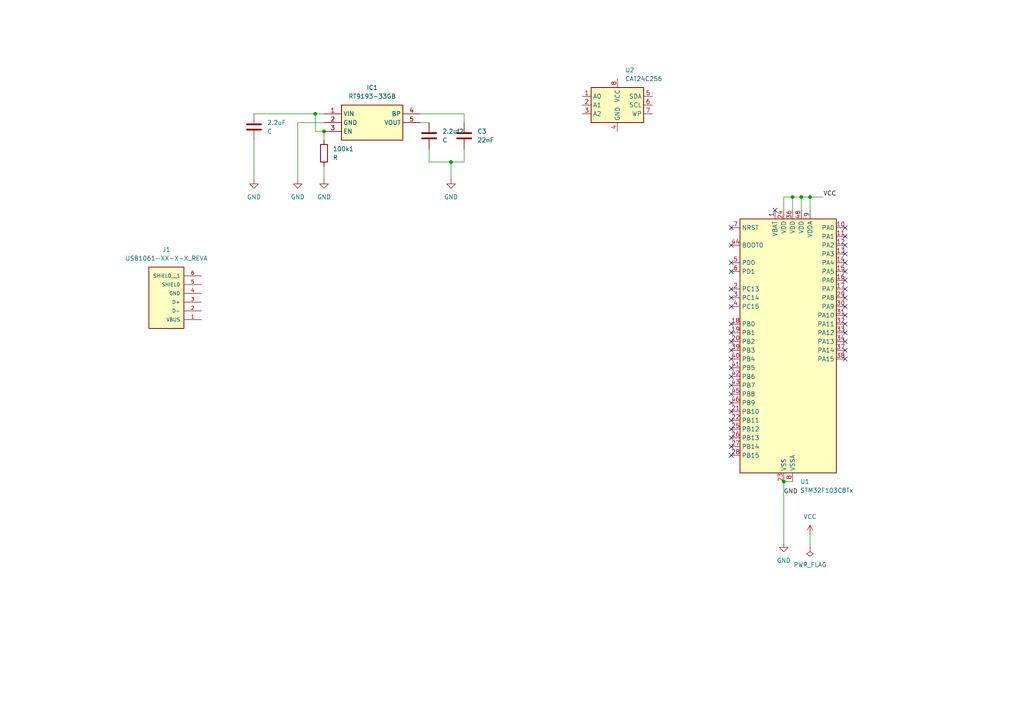
<source format=kicad_sch>
(kicad_sch (version 20231120) (generator "eeschema") (generator_version "8.0")
  (paper "A4")
  (title_block (title "Runtime Tester") (date "2024-10-03") (rev "v001") (company "edisonngunjiri@gmail.com"))
  (lib_symbols
    (symbol "Device:C" (pin_numbers hide) (pin_names (offset 0.254))
      (property "Reference" "C" (at 0.635 2.54 0))
      (property "Value" "C" (at 0.635 -2.54 0))
      (symbol "C_0_1"
        (polyline (pts (xy -2.032 -0.762) (xy 2.032 -0.762)) (stroke (width 0.508)))
        (polyline (pts (xy -2.032 0.762) (xy 2.032 0.762)) (stroke (width 0.508)))
      )
      (symbol "C_1_1"
        (pin passive line (at 0 3.81 270) (length 2.794) (name "~") (number "1"))
        (pin passive line (at 0 -3.81 90) (length 2.794) (name "~") (number "2"))
      )
    )
    (symbol "Device:R" (pin_numbers hide) (pin_names (offset 0))
      (property "Reference" "R" (at 2.032 0 90))
      (property "Value" "R" (at 0 0 90))
      (symbol "R_0_1"
        (rectangle (start -1.016 -2.54) (end 1.016 2.54) (stroke (width 0.254)))
      )
      (symbol "R_1_1"
        (pin passive line (at 0 3.81 270) (length 1.27) (name "~") (number "1"))
        (pin passive line (at 0 -3.81 90) (length 1.27) (name "~") (number "2"))
      )
    )
    (symbol "MCU_ST_STM32F1:STM32F103C8Tx"
      (property "Reference" "U" (at -12.7 39.37 0))
      (property "Value" "STM32F103C8Tx" (at 10.16 39.37 0))
      (symbol "STM32F103C8Tx_0_1"
        (rectangle (start -12.7 -35.56) (end 15.24 38.1) (stroke (width 0.254)) (fill (type background)))
      )
      (symbol "STM32F103C8Tx_1_1"
        (pin power_in line (at -2.54 40.64 270) (length 2.54) (name "VBAT") (number "1"))
        (pin bidirectional line (at 17.78 35.56 180) (length 2.54) (name "PA0") (number "10"))
        (pin bidirectional line (at 17.78 33.02 180) (length 2.54) (name "PA1") (number "11"))
        (pin bidirectional line (at 17.78 30.48 180) (length 2.54) (name "PA2") (number "12"))
        (pin bidirectional line (at 17.78 27.94 180) (length 2.54) (name "PA3") (number "13"))
        (pin bidirectional line (at 17.78 25.4 180) (length 2.54) (name "PA4") (number "14"))
        (pin bidirectional line (at 17.78 22.86 180) (length 2.54) (name "PA5") (number "15"))
        (pin bidirectional line (at 17.78 20.32 180) (length 2.54) (name "PA6") (number "16"))
        (pin bidirectional line (at 17.78 17.78 180) (length 2.54) (name "PA7") (number "17"))
        (pin bidirectional line (at -15.24 7.62 0) (length 2.54) (name "PB0") (number "18"))
        (pin bidirectional line (at -15.24 5.08 0) (length 2.54) (name "PB1") (number "19"))
        (pin bidirectional line (at -15.24 17.78 0) (length 2.54) (name "PC13") (number "2"))
        (pin bidirectional line (at -15.24 2.54 0) (length 2.54) (name "PB2") (number "20"))
        (pin bidirectional line (at -15.24 -17.78 0) (length 2.54) (name "PB10") (number "21"))
        (pin bidirectional line (at -15.24 -20.32 0) (length 2.54) (name "PB11") (number "22"))
        (pin power_in line (at 0 -38.1 90) (length 2.54) (name "VSS") (number "23"))
        (pin power_in line (at 0 40.64 270) (length 2.54) (name "VDD") (number "24"))
        (pin bidirectional line (at -15.24 -22.86 0) (length 2.54) (name "PB12") (number "25"))
        (pin bidirectional line (at -15.24 -25.4 0) (length 2.54) (name "PB13") (number "26"))
        (pin bidirectional line (at -15.24 -27.94 0) (length 2.54) (name "PB14") (number "27"))
        (pin bidirectional line (at -15.24 -30.48 0) (length 2.54) (name "PB15") (number "28"))
        (pin bidirectional line (at 17.78 15.24 180) (length 2.54) (name "PA8") (number "29"))
        (pin bidirectional line (at -15.24 15.24 0) (length 2.54) (name "PC14") (number "3"))
        (pin bidirectional line (at 17.78 12.7 180) (length 2.54) (name "PA9") (number "30"))
        (pin bidirectional line (at 17.78 10.16 180) (length 2.54) (name "PA10") (number "31"))
        (pin bidirectional line (at 17.78 7.62 180) (length 2.54) (name "PA11") (number "32"))
        (pin bidirectional line (at 17.78 5.08 180) (length 2.54) (name "PA12") (number "33"))
        (pin bidirectional line (at 17.78 2.54 180) (length 2.54) (name "PA13") (number "34"))
        (pin passive line (at 0 -38.1 90) (length 2.54) hide (name "VSS") (number "35"))
        (pin power_in line (at 2.54 40.64 270) (length 2.54) (name "VDD") (number "36"))
        (pin bidirectional line (at 17.78 0 180) (length 2.54) (name "PA14") (number "37"))
        (pin bidirectional line (at 17.78 -2.54 180) (length 2.54) (name "PA15") (number "38"))
        (pin bidirectional line (at -15.24 0 0) (length 2.54) (name "PB3") (number "39"))
        (pin bidirectional line (at -15.24 12.7 0) (length 2.54) (name "PC15") (number "4"))
        (pin bidirectional line (at -15.24 -2.54 0) (length 2.54) (name "PB4") (number "40"))
        (pin bidirectional line (at -15.24 -5.08 0) (length 2.54) (name "PB5") (number "41"))
        (pin bidirectional line (at -15.24 -7.62 0) (length 2.54) (name "PB6") (number "42"))
        (pin bidirectional line (at -15.24 -10.16 0) (length 2.54) (name "PB7") (number "43"))
        (pin input line (at -15.24 30.48 0) (length 2.54) (name "BOOT0") (number "44"))
        (pin bidirectional line (at -15.24 -12.7 0) (length 2.54) (name "PB8") (number "45"))
        (pin bidirectional line (at -15.24 -15.24 0) (length 2.54) (name "PB9") (number "46"))
        (pin passive line (at 0 -38.1 90) (length 2.54) hide (name "VSS") (number "47"))
        (pin power_in line (at 5.08 40.64 270) (length 2.54) (name "VDD") (number "48"))
        (pin bidirectional line (at -15.24 25.4 0) (length 2.54) (name "PD0") (number "5"))
        (pin bidirectional line (at -15.24 22.86 0) (length 2.54) (name "PD1") (number "6"))
        (pin input line (at -15.24 35.56 0) (length 2.54) (name "NRST") (number "7"))
        (pin power_in line (at 2.54 -38.1 90) (length 2.54) (name "VSSA") (number "8"))
        (pin power_in line (at 7.62 40.64 270) (length 2.54) (name "VDDA") (number "9"))
      )
    )
    (symbol "Memory_EEPROM:CAT24C256"
      (property "Reference" "U" (at -6.35 6.35 0))
      (property "Value" "CAT24C256" (at 1.27 6.35 0))
      (symbol "CAT24C256_1_1"
        (rectangle (start -7.62 5.08) (end 7.62 -5.08) (stroke (width 0.254)) (fill (type background)))
        (pin input line (at -10.16 2.54 0) (length 2.54) (name "A0") (number "1"))
        (pin input line (at -10.16 0 0) (length 2.54) (name "A1") (number "2"))
        (pin input line (at -10.16 -2.54 0) (length 2.54) (name "A2") (number "3"))
        (pin power_in line (at 0 -7.62 90) (length 2.54) (name "GND") (number "4"))
        (pin bidirectional line (at 10.16 2.54 180) (length 2.54) (name "SDA") (number "5"))
        (pin input line (at 10.16 0 180) (length 2.54) (name "SCL") (number "6"))
        (pin input line (at 10.16 -2.54 180) (length 2.54) (name "WP") (number "7"))
        (pin power_in line (at 0 7.62 270) (length 2.54) (name "VCC") (number "8"))
      )
    )
    (symbol "RT9193-33GB:RT9193-33GB"
      (property "Reference" "IC" (at 24.13 7.62 0))
      (property "Value" "RT9193-33GB" (at 24.13 5.08 0))
      (symbol "RT9193-33GB_1_1"
        (rectangle (start 5.08 2.54) (end 22.86 -7.62) (stroke (width 0.254)) (fill (type background)))
        (pin passive line (at 0 0 0) (length 5.08) (name "VIN") (number "1"))
        (pin passive line (at 0 -2.54 0) (length 5.08) (name "GND") (number "2"))
        (pin passive line (at 0 -5.08 0) (length 5.08) (name "EN") (number "3"))
        (pin passive line (at 27.94 0 180) (length 5.08) (name "BP") (number "4"))
        (pin passive line (at 27.94 -2.54 180) (length 5.08) (name "VOUT") (number "5"))
      )
    )
    (symbol "USB_A_Male:USB1061-XX-X-X_REVA" (pin_names (offset 1.016))
      (property "Reference" "J" (at -5.0886 8.1417 0))
      (property "Value" "USB1061-XX-X-X_REVA" (at -5.0817 -12.7034 0))
      (symbol "USB1061-XX-X-X_REVA_0_0"
        (rectangle (start -5.08 -10.16) (end 5.08 7.62) (stroke (width 0.254)) (fill (type background)))
        (pin power_in line (at -10.16 5.08 0) (length 5.08) (name "VBUS") (number "1"))
        (pin bidirectional line (at -10.16 2.54 0) (length 5.08) (name "D-") (number "2"))
        (pin bidirectional line (at -10.16 0 0) (length 5.08) (name "D+") (number "3"))
        (pin power_in line (at -10.16 -2.54 0) (length 5.08) (name "GND") (number "4"))
        (pin power_in line (at -10.16 -5.08 0) (length 5.08) (name "SHIELD") (number "5"))
        (pin power_in line (at -10.16 -7.62 0) (length 5.08) (name "SHIELD__1") (number "6"))
      )
    )
    (symbol "power:GND" (power) (pin_numbers hide) (pin_names (offset 0) hide)
      (property "Value" "GND" (at 0 -3.81 0))
      (symbol "GND_0_1"
        (polyline (pts (xy 0 0) (xy 0 -1.27) (xy 1.27 -1.27) (xy 0 -2.54) (xy -1.27 -1.27) (xy 0 -1.27)))
      )
      (symbol "GND_1_1"
        (pin power_in line (at 0 0 270) (length 0) (name "~") (number "1"))
      )
    )
    (symbol "power:PWR_FLAG" (power) (pin_numbers hide) (pin_names (offset 0) hide)
      (property "Value" "PWR_FLAG" (at 0 3.81 0))
      (symbol "PWR_FLAG_0_0"
        (pin power_out line (at 0 0 90) (length 0) (name "~") (number "1"))
      )
      (symbol "PWR_FLAG_0_1"
        (polyline (pts (xy 0 0) (xy 0 1.27) (xy -1.016 1.905) (xy 0 2.54) (xy 1.016 1.905) (xy 0 1.27)))
      )
    )
    (symbol "power:VCC" (power) (pin_numbers hide) (pin_names (offset 0) hide)
      (property "Value" "VCC" (at 0 3.556 0))
      (symbol "VCC_0_1"
        (polyline (pts (xy -0.762 1.27) (xy 0 2.54)))
        (polyline (pts (xy 0 0) (xy 0 2.54)))
        (polyline (pts (xy 0 2.54) (xy 0.762 1.27)))
      )
      (symbol "VCC_1_1"
        (pin power_in line (at 0 0 90) (length 0) (name "~") (number "1"))
      )
    )
  )
  (junction (at 91.44 33.02))
  (junction (at 93.98 38.1))
  (junction (at 232.41 57.15))
  (junction (at 130.81 46.99))
  (junction (at 227.33 139.7))
  (junction (at 234.95 57.15))
  (junction (at 229.87 57.15))
  (no_connect (at 212.09 88.9))
  (no_connect (at 245.11 88.9))
  (no_connect (at 212.09 104.14))
  (no_connect (at 245.11 101.6))
  (no_connect (at 212.09 111.76))
  (no_connect (at 212.09 119.38))
  (no_connect (at 212.09 83.82))
  (no_connect (at 212.09 96.52))
  (no_connect (at 212.09 66.04))
  (no_connect (at 212.09 101.6))
  (no_connect (at 245.11 81.28))
  (no_connect (at 212.09 71.12))
  (no_connect (at 212.09 116.84))
  (no_connect (at 245.11 68.58))
  (no_connect (at 212.09 132.08))
  (no_connect (at 212.09 129.54))
  (no_connect (at 212.09 114.3))
  (no_connect (at 212.09 76.2))
  (no_connect (at 245.11 104.14))
  (no_connect (at 224.79 60.96))
  (no_connect (at 245.11 91.44))
  (no_connect (at 212.09 106.68))
  (no_connect (at 212.09 124.46))
  (no_connect (at 245.11 76.2))
  (no_connect (at 245.11 66.04))
  (no_connect (at 212.09 109.22))
  (no_connect (at 245.11 96.52))
  (no_connect (at 212.09 93.98))
  (no_connect (at 212.09 86.36))
  (no_connect (at 212.09 99.06))
  (no_connect (at 212.09 121.92))
  (no_connect (at 212.09 78.74))
  (no_connect (at 245.11 99.06))
  (no_connect (at 245.11 93.98))
  (no_connect (at 245.11 73.66))
  (no_connect (at 212.09 127))
  (no_connect (at 245.11 78.74))
  (no_connect (at 245.11 86.36))
  (no_connect (at 245.11 83.82))
  (no_connect (at 245.11 71.12))
  (wire (pts (xy 73.66 40.64) (xy 73.66 52.07)))
  (wire (pts (xy 229.87 57.15) (xy 229.87 60.96)))
  (wire (pts (xy 93.98 35.56) (xy 86.36 35.56)))
  (wire (pts (xy 234.95 154.94) (xy 234.95 158.75)))
  (wire (pts (xy 121.92 35.56) (xy 124.46 35.56)))
  (wire (pts (xy 93.98 38.1) (xy 93.98 40.64)))
  (wire (pts (xy 227.33 60.96) (xy 227.33 57.15)))
  (wire (pts (xy 234.95 57.15) (xy 238.76 57.15)))
  (wire (pts (xy 229.87 57.15) (xy 232.41 57.15)))
  (wire (pts (xy 73.66 33.02) (xy 91.44 33.02)))
  (wire (pts (xy 134.62 35.56) (xy 134.62 33.02)))
  (wire (pts (xy 232.41 57.15) (xy 234.95 57.15)))
  (wire (pts (xy 124.46 43.18) (xy 124.46 46.99)))
  (wire (pts (xy 227.33 57.15) (xy 229.87 57.15)))
  (wire (pts (xy 232.41 57.15) (xy 232.41 60.96)))
  (wire (pts (xy 86.36 35.56) (xy 86.36 52.07)))
  (wire (pts (xy 124.46 46.99) (xy 130.81 46.99)))
  (wire (pts (xy 134.62 43.18) (xy 134.62 46.99)))
  (wire (pts (xy 130.81 52.07) (xy 130.81 46.99)))
  (wire (pts (xy 227.33 139.7) (xy 227.33 157.48)))
  (wire (pts (xy 91.44 33.02) (xy 93.98 33.02)))
  (wire (pts (xy 93.98 48.26) (xy 93.98 52.07)))
  (wire (pts (xy 227.33 139.7) (xy 229.87 139.7)))
  (wire (pts (xy 93.98 38.1) (xy 91.44 38.1)))
  (wire (pts (xy 234.95 57.15) (xy 234.95 60.96)))
  (wire (pts (xy 134.62 33.02) (xy 121.92 33.02)))
  (wire (pts (xy 91.44 38.1) (xy 91.44 33.02)))
  (wire (pts (xy 130.81 46.99) (xy 134.62 46.99)))
  (label "VCC" (at 238.76 57.15 0))
  (label "GND" (at 227.33 143.51 0))
  (symbol (lib_id "Device:C") (at 124.46 39.37 0) (unit 1)
    (property "Reference" "2.2uf2" (at 128.27 38.0999 0) (effects (justify left)))
    (property "Value" "C" (at 128.27 40.6399 0) (effects (justify left)))
    (property "Description" "Unpolarized capacitor" (effects (hide yes)))
  )
  (symbol (lib_id "Memory_EEPROM:CAT24C256") (at 179.07 30.48 0) (unit 1)
    (property "Reference" "U2" (at 181.2641 20.32 0) (effects (justify left)))
    (property "Value" "CAT24C256" (at 181.2641 22.86 0) (effects (justify left)))
    (property "Datasheet" "https://www.onsemi.cn/PowerSolutions/document/CAT24C256-D.PDF" (effects (hide yes)))
    (property "Description" "256 kb CMOS Serial EEPROM, DIP-8/SOIC-8/TSSOP-8/DFN-8" (effects (hide yes)))
  )
  (symbol (lib_id "Device:C") (at 134.62 39.37 0) (unit 1)
    (property "Reference" "C3" (at 138.43 38.0999 0) (effects (justify left)))
    (property "Value" "22nF" (at 138.43 40.6399 0) (effects (justify left)))
    (property "Description" "Unpolarized capacitor" (effects (hide yes)))
  )
  (symbol (lib_id "power:GND") (at 86.36 52.07 0) (unit 1)
    (property "Reference" "#PWR04" (effects (hide yes)))
    (property "Value" "GND" (at 86.36 57.15 0))
    (property "Description" "Power symbol creates a global label with name \"GND\" , ground" (effects (hide yes)))
  )
  (symbol (lib_id "Device:R") (at 93.98 44.45 0) (unit 1)
    (property "Reference" "100k1" (at 96.52 43.1799 0) (effects (justify left)))
    (property "Value" "R" (at 96.52 45.7199 0) (effects (justify left)))
    (property "Description" "Resistor" (effects (hide yes)))
  )
  (symbol (lib_id "power:PWR_FLAG") (at 234.95 158.75 0) (mirror x) (unit 1)
    (property "Reference" "#FLG01" (effects (hide yes)))
    (property "Value" "PWR_FLAG" (at 234.95 163.83 0))
    (property "Description" "Special symbol for telling ERC where power comes from" (effects (hide yes)))
  )
  (symbol (lib_id "MCU_ST_STM32F1:STM32F103C8Tx") (at 227.33 101.6 0) (unit 1)
    (property "Reference" "U1" (at 232.0641 139.7 0) (effects (justify left)))
    (property "Value" "STM32F103C8Tx" (at 232.0641 142.24 0) (effects (justify left)))
    (property "Footprint" "Package_QFP:LQFP-48_7x7mm_P0.5mm" (effects (hide yes)))
    (property "Datasheet" "https://www.st.com/resource/en/datasheet/stm32f103c8.pdf" (effects (hide yes)))
    (property "Description" "STMicroelectronics Arm Cortex-M3 MCU, 64KB flash, 20KB RAM, 72 MHz, 2.0-3.6V, 37 GPIO, LQFP48" (effects (hide yes)))
  )
  (symbol (lib_id "USB_A_Male:USB1061-XX-X-X_REVA") (at 48.26 87.63 180) (unit 1)
    (property "Reference" "J1" (at 48.26 72.39 0))
    (property "Value" "USB1061-XX-X-X_REVA" (at 48.26 74.93 0))
    (property "Footprint" "Usba_male:USBA_Male" (effects (hide yes)))
    (property "MANUFACTURER" "GCT" (effects (hide yes)))
  )
  (symbol (lib_id "power:GND") (at 93.98 52.07 0) (unit 1)
    (property "Reference" "#PWR06" (effects (hide yes)))
    (property "Value" "GND" (at 93.98 57.15 0))
    (property "Description" "Power symbol creates a global label with name \"GND\" , ground" (effects (hide yes)))
  )
  (symbol (lib_id "power:GND") (at 73.66 52.07 0) (unit 1)
    (property "Reference" "#PWR03" (effects (hide yes)))
    (property "Value" "GND" (at 73.66 57.15 0))
    (property "Description" "Power symbol creates a global label with name \"GND\" , ground" (effects (hide yes)))
  )
  (symbol (lib_id "RT9193-33GB:RT9193-33GB") (at 93.98 33.02 0) (unit 1)
    (property "Reference" "IC1" (at 107.95 25.4 0))
    (property "Value" "RT9193-33GB" (at 107.95 27.94 0))
    (property "Footprint" "SOT94P279X130-5N" (effects (hide yes)))
    (property "Datasheet" "http://www.richtek.com/assets/product_file/RT9193/DS9193-17.pdf" (effects (hide yes)))
    (property "Description" "300mA, Ultra-Low Noise, Ultra-Fast CMOS LDO Regulator" (effects (hide yes)))
    (property "Height" "1.295" (effects (hide yes)))
    (property "Mouser Part Number" "835-RT9193-33GB" (effects (hide yes)))
    (property "Mouser Price/Stock" "https://www.mouser.co.uk/ProductDetail/Richtek/RT9193-33GB?qs=amGC7iS6iy8ybRcZ9Wn2ww%3D%3D" (effects (hide yes)))
    (property "Manufacturer_Name" "RICHTEK" (effects (hide yes)))
    (property "Manufacturer_Part_Number" "RT9193-33GB" (effects (hide yes)))
  )
  (symbol (lib_id "power:GND") (at 130.81 52.07 0) (unit 1)
    (property "Reference" "#PWR05" (effects (hide yes)))
    (property "Value" "GND" (at 130.81 57.15 0))
    (property "Description" "Power symbol creates a global label with name \"GND\" , ground" (effects (hide yes)))
  )
  (symbol (lib_id "power:GND") (at 227.33 157.48 0) (unit 1)
    (property "Reference" "#PWR01" (effects (hide yes)))
    (property "Value" "GND" (at 227.33 162.56 0))
    (property "Description" "Power symbol creates a global label with name \"GND\" , ground" (effects (hide yes)))
  )
  (symbol (lib_id "Device:C") (at 73.66 36.83 0) (unit 1)
    (property "Reference" "2.2uF" (at 77.47 35.5599 0) (effects (justify left)))
    (property "Value" "C" (at 77.47 38.0999 0) (effects (justify left)))
    (property "Description" "Unpolarized capacitor" (effects (hide yes)))
  )
  (symbol (lib_id "power:VCC") (at 234.95 154.94 0) (unit 1)
    (property "Reference" "#PWR02" (effects (hide yes)))
    (property "Value" "VCC" (at 234.95 149.86 0))
    (property "Description" "Power symbol creates a global label with name \"VCC\"" (effects (hide yes)))
  )
)
</source>
